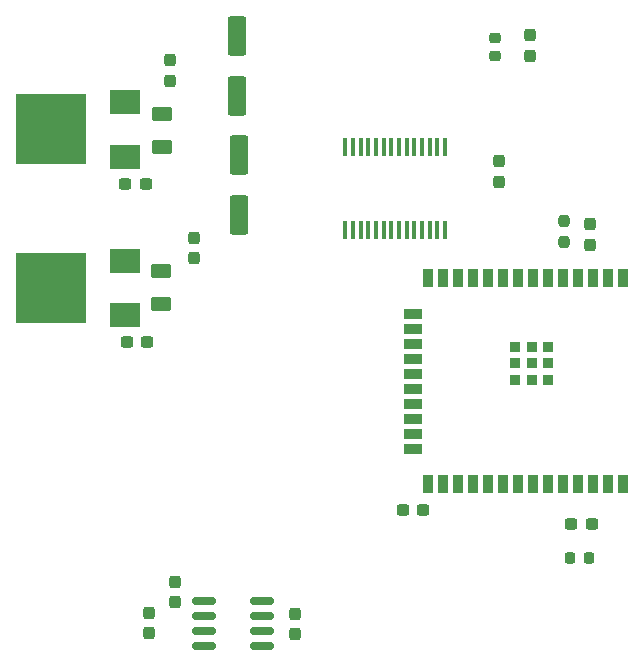
<source format=gbr>
%TF.GenerationSoftware,KiCad,Pcbnew,8.0.1*%
%TF.CreationDate,2024-07-17T12:18:50+09:00*%
%TF.ProjectId,Avi_73J_ParaBoard_v2,4176695f-3733-44a5-9f50-617261426f61,rev?*%
%TF.SameCoordinates,Original*%
%TF.FileFunction,Paste,Top*%
%TF.FilePolarity,Positive*%
%FSLAX46Y46*%
G04 Gerber Fmt 4.6, Leading zero omitted, Abs format (unit mm)*
G04 Created by KiCad (PCBNEW 8.0.1) date 2024-07-17 12:18:50*
%MOMM*%
%LPD*%
G01*
G04 APERTURE LIST*
G04 Aperture macros list*
%AMRoundRect*
0 Rectangle with rounded corners*
0 $1 Rounding radius*
0 $2 $3 $4 $5 $6 $7 $8 $9 X,Y pos of 4 corners*
0 Add a 4 corners polygon primitive as box body*
4,1,4,$2,$3,$4,$5,$6,$7,$8,$9,$2,$3,0*
0 Add four circle primitives for the rounded corners*
1,1,$1+$1,$2,$3*
1,1,$1+$1,$4,$5*
1,1,$1+$1,$6,$7*
1,1,$1+$1,$8,$9*
0 Add four rect primitives between the rounded corners*
20,1,$1+$1,$2,$3,$4,$5,0*
20,1,$1+$1,$4,$5,$6,$7,0*
20,1,$1+$1,$6,$7,$8,$9,0*
20,1,$1+$1,$8,$9,$2,$3,0*%
G04 Aperture macros list end*
%ADD10RoundRect,0.237500X0.300000X0.237500X-0.300000X0.237500X-0.300000X-0.237500X0.300000X-0.237500X0*%
%ADD11RoundRect,0.237500X-0.237500X0.300000X-0.237500X-0.300000X0.237500X-0.300000X0.237500X0.300000X0*%
%ADD12RoundRect,0.237500X-0.300000X-0.237500X0.300000X-0.237500X0.300000X0.237500X-0.300000X0.237500X0*%
%ADD13RoundRect,0.250000X0.625000X-0.375000X0.625000X0.375000X-0.625000X0.375000X-0.625000X-0.375000X0*%
%ADD14RoundRect,0.218750X-0.256250X0.218750X-0.256250X-0.218750X0.256250X-0.218750X0.256250X0.218750X0*%
%ADD15R,6.000000X6.000000*%
%ADD16R,2.500000X2.000000*%
%ADD17RoundRect,0.237500X-0.237500X0.250000X-0.237500X-0.250000X0.237500X-0.250000X0.237500X0.250000X0*%
%ADD18RoundRect,0.250000X0.550000X-1.412500X0.550000X1.412500X-0.550000X1.412500X-0.550000X-1.412500X0*%
%ADD19RoundRect,0.237500X0.237500X-0.300000X0.237500X0.300000X-0.237500X0.300000X-0.237500X-0.300000X0*%
%ADD20RoundRect,0.218750X0.218750X0.256250X-0.218750X0.256250X-0.218750X-0.256250X0.218750X-0.256250X0*%
%ADD21R,0.431800X1.511300*%
%ADD22R,0.900000X1.500000*%
%ADD23R,1.500000X0.900000*%
%ADD24R,0.900000X0.900000*%
%ADD25RoundRect,0.150000X0.825000X0.150000X-0.825000X0.150000X-0.825000X-0.150000X0.825000X-0.150000X0*%
G04 APERTURE END LIST*
D10*
%TO.C,R8*%
X173535000Y-115630000D03*
X171810000Y-115630000D03*
%TD*%
D11*
%TO.C,C4*%
X138300000Y-120487500D03*
X138300000Y-122212500D03*
%TD*%
D12*
%TO.C,R2*%
X157537500Y-114400000D03*
X159262500Y-114400000D03*
%TD*%
%TO.C,C11*%
X134187500Y-100200000D03*
X135912500Y-100200000D03*
%TD*%
D13*
%TO.C,D3*%
X137150000Y-83700000D03*
X137150000Y-80900000D03*
%TD*%
D11*
%TO.C,C9*%
X139900000Y-91387500D03*
X139900000Y-93112500D03*
%TD*%
D14*
%TO.C,D5*%
X165400000Y-74425000D03*
X165400000Y-76000000D03*
%TD*%
D12*
%TO.C,C8*%
X134062500Y-86850000D03*
X135787500Y-86850000D03*
%TD*%
D15*
%TO.C,NJM2391DL1-33-1*%
X127750000Y-82200000D03*
D16*
X134000000Y-84500000D03*
X134000000Y-79900000D03*
%TD*%
D15*
%TO.C,NJM2391DL1-05-1*%
X127750000Y-95600000D03*
D16*
X134000000Y-97900000D03*
X134000000Y-93300000D03*
%TD*%
D17*
%TO.C,R1*%
X171230000Y-89937500D03*
X171230000Y-91762500D03*
%TD*%
D18*
%TO.C,C10*%
X143700000Y-89475000D03*
X143700000Y-84400000D03*
%TD*%
D19*
%TO.C,C3*%
X165700000Y-86637500D03*
X165700000Y-84912500D03*
%TD*%
D20*
%TO.C,D2*%
X173287500Y-118500000D03*
X171712500Y-118500000D03*
%TD*%
D19*
%TO.C,R9*%
X136100000Y-124862500D03*
X136100000Y-123137500D03*
%TD*%
%TO.C,C1*%
X173400000Y-91952500D03*
X173400000Y-90227500D03*
%TD*%
D21*
%TO.C,U3*%
X152675000Y-90749650D03*
X153325001Y-90749650D03*
X153975000Y-90749650D03*
X154625001Y-90749650D03*
X155274999Y-90749650D03*
X155925001Y-90749650D03*
X156574999Y-90749650D03*
X157224998Y-90749650D03*
X157874999Y-90749650D03*
X158524998Y-90749650D03*
X159174999Y-90749650D03*
X159824998Y-90749650D03*
X160474999Y-90749650D03*
X161124998Y-90749650D03*
X161125000Y-83650350D03*
X160474999Y-83650350D03*
X159825000Y-83650350D03*
X159174999Y-83650350D03*
X158525001Y-83650350D03*
X157874999Y-83650350D03*
X157225001Y-83650350D03*
X156574999Y-83650350D03*
X155925001Y-83650350D03*
X155274999Y-83650350D03*
X154625001Y-83650350D03*
X153975000Y-83650350D03*
X153325001Y-83650350D03*
X152675000Y-83650350D03*
%TD*%
D11*
%TO.C,R10*%
X168300000Y-74225000D03*
X168300000Y-75950000D03*
%TD*%
D22*
%TO.C,U1*%
X176202500Y-94750000D03*
X174932500Y-94750000D03*
X173662500Y-94750000D03*
X172392500Y-94750000D03*
X171122500Y-94750000D03*
X169852500Y-94750000D03*
X168582500Y-94750000D03*
X167312500Y-94750000D03*
X166042500Y-94750000D03*
X164772500Y-94750000D03*
X163502500Y-94750000D03*
X162232500Y-94750000D03*
X160962500Y-94750000D03*
X159692500Y-94750000D03*
D23*
X158442500Y-97790000D03*
X158442500Y-99060000D03*
X158442500Y-100330000D03*
X158442500Y-101600000D03*
X158442500Y-102870000D03*
X158442500Y-104140000D03*
X158442500Y-105410000D03*
X158442500Y-106680000D03*
X158442500Y-107950000D03*
X158442500Y-109220000D03*
D22*
X159692500Y-112250000D03*
X160962500Y-112250000D03*
X162232500Y-112250000D03*
X163502500Y-112250000D03*
X164772500Y-112250000D03*
X166042500Y-112250000D03*
X167312500Y-112250000D03*
X168582500Y-112250000D03*
X169852500Y-112250000D03*
X171122500Y-112250000D03*
X172392500Y-112250000D03*
X173662500Y-112250000D03*
X174932500Y-112250000D03*
X176202500Y-112250000D03*
D24*
X169882500Y-100600000D03*
X168482500Y-100600000D03*
X167082500Y-100600000D03*
X169882500Y-102000000D03*
X168482500Y-102000000D03*
X167082500Y-102000000D03*
X169882500Y-103400000D03*
X168482500Y-103400000D03*
X167082500Y-103400000D03*
%TD*%
D18*
%TO.C,C7*%
X143550000Y-79337500D03*
X143550000Y-74262500D03*
%TD*%
D13*
%TO.C,D4*%
X137050000Y-97000000D03*
X137050000Y-94200000D03*
%TD*%
D19*
%TO.C,C5*%
X148400000Y-124962500D03*
X148400000Y-123237500D03*
%TD*%
%TO.C,C6*%
X137850000Y-78087500D03*
X137850000Y-76362500D03*
%TD*%
D25*
%TO.C,U2*%
X145675000Y-125905000D03*
X145675000Y-124635000D03*
X145675000Y-123365000D03*
X145675000Y-122095000D03*
X140725000Y-122095000D03*
X140725000Y-123365000D03*
X140725000Y-124635000D03*
X140725000Y-125905000D03*
%TD*%
M02*

</source>
